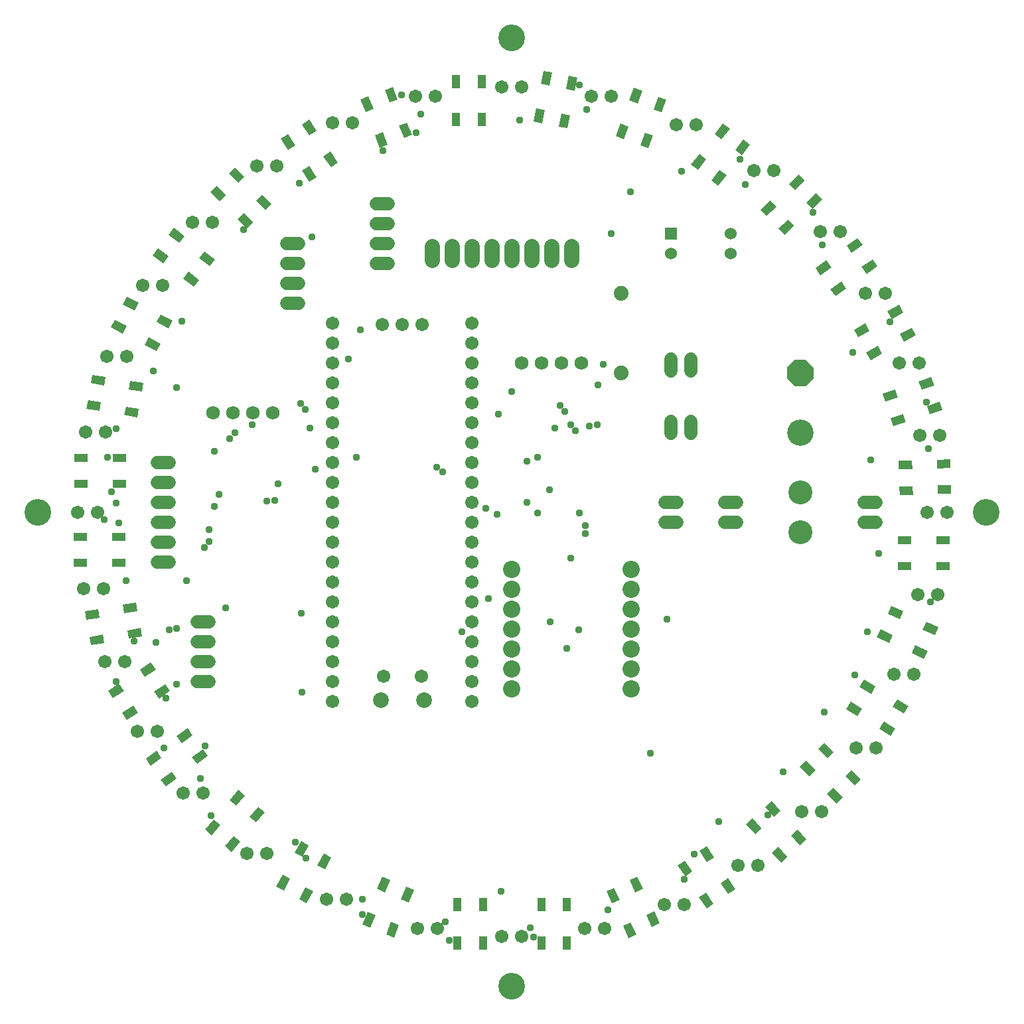
<source format=gbr>
G04 EAGLE Gerber RS-274X export*
G75*
%MOMM*%
%FSLAX34Y34*%
%LPD*%
%INSoldermask Bottom*%
%IPPOS*%
%AMOC8*
5,1,8,0,0,1.08239X$1,22.5*%
G01*
G04 Define Apertures*
%ADD10C,3.403200*%
%ADD11P,3.62904X8X112.5*%
%ADD12C,3.352800*%
%ADD13R,1.703200X1.103200*%
%ADD14R,1.103200X1.703200*%
%ADD15C,1.879600*%
%ADD16C,2.203200*%
%ADD17C,1.710300*%
%ADD18C,1.711200*%
%ADD19C,2.003200*%
%ADD20C,1.703200*%
%ADD21R,1.524000X1.524000*%
%ADD22C,1.524000*%
%ADD23C,1.981200*%
%ADD24C,1.727200*%
%ADD25C,1.727200*%
%ADD26C,0.959600*%
%ADD27C,3.053200*%
D10*
X605000Y0D03*
X0Y-605000D03*
X-605000Y0D03*
X0Y605000D03*
D11*
X368300Y177800D03*
D12*
X368300Y101600D03*
D13*
G36*
X74008Y506241D02*
X70671Y489540D01*
X59854Y491701D01*
X63191Y508402D01*
X74008Y506241D01*
G37*
G36*
X41648Y512707D02*
X38311Y496006D01*
X27494Y498167D01*
X30831Y514868D01*
X41648Y512707D01*
G37*
G36*
X83609Y554291D02*
X80272Y537590D01*
X69455Y539751D01*
X72792Y556452D01*
X83609Y554291D01*
G37*
G36*
X51249Y560757D02*
X47912Y544056D01*
X37095Y546217D01*
X40432Y562918D01*
X51249Y560757D01*
G37*
G36*
X481163Y-166745D02*
X465691Y-159628D01*
X470301Y-149607D01*
X485773Y-156724D01*
X481163Y-166745D01*
G37*
G36*
X494952Y-136764D02*
X479480Y-129647D01*
X484090Y-119626D01*
X499562Y-126743D01*
X494952Y-136764D01*
G37*
G36*
X525679Y-187220D02*
X510207Y-180103D01*
X514817Y-170082D01*
X530289Y-177199D01*
X525679Y-187220D01*
G37*
G36*
X539469Y-157239D02*
X523997Y-150122D01*
X528607Y-140101D01*
X544079Y-147218D01*
X539469Y-157239D01*
G37*
G36*
X441161Y-260221D02*
X426578Y-251424D01*
X432277Y-241979D01*
X446860Y-250776D01*
X441161Y-260221D01*
G37*
G36*
X458207Y-231964D02*
X443624Y-223167D01*
X449323Y-213722D01*
X463906Y-222519D01*
X458207Y-231964D01*
G37*
G36*
X483119Y-285531D02*
X468536Y-276734D01*
X474235Y-267289D01*
X488818Y-276086D01*
X483119Y-285531D01*
G37*
G36*
X500164Y-257274D02*
X485581Y-248477D01*
X491280Y-239032D01*
X505863Y-247829D01*
X500164Y-257274D01*
G37*
G36*
X379530Y-337005D02*
X367487Y-324962D01*
X375288Y-317161D01*
X387331Y-329204D01*
X379530Y-337005D01*
G37*
G36*
X402864Y-313671D02*
X390821Y-301628D01*
X398622Y-293827D01*
X410665Y-305870D01*
X402864Y-313671D01*
G37*
G36*
X414178Y-371653D02*
X402135Y-359610D01*
X409936Y-351809D01*
X421979Y-363852D01*
X414178Y-371653D01*
G37*
G36*
X437512Y-348319D02*
X425469Y-336276D01*
X433270Y-328475D01*
X445313Y-340518D01*
X437512Y-348319D01*
G37*
G36*
X310074Y-410953D02*
X298612Y-398356D01*
X306772Y-390931D01*
X318234Y-403528D01*
X310074Y-410953D01*
G37*
G36*
X334482Y-388744D02*
X323020Y-376147D01*
X331180Y-368722D01*
X342642Y-381319D01*
X334482Y-388744D01*
G37*
G36*
X343051Y-447195D02*
X331589Y-434598D01*
X339749Y-427173D01*
X351211Y-439770D01*
X343051Y-447195D01*
G37*
G36*
X367459Y-424986D02*
X355997Y-412389D01*
X364157Y-404964D01*
X375619Y-417561D01*
X367459Y-424986D01*
G37*
G36*
X221068Y-464931D02*
X211619Y-450762D01*
X220798Y-444641D01*
X230247Y-458810D01*
X221068Y-464931D01*
G37*
G36*
X248523Y-446621D02*
X239074Y-432452D01*
X248253Y-426331D01*
X257702Y-440500D01*
X248523Y-446621D01*
G37*
G36*
X248255Y-505697D02*
X238806Y-491528D01*
X247985Y-485407D01*
X257434Y-499576D01*
X248255Y-505697D01*
G37*
G36*
X275710Y-487387D02*
X266261Y-473218D01*
X275440Y-467097D01*
X284889Y-481266D01*
X275710Y-487387D01*
G37*
G36*
X127750Y-499383D02*
X120390Y-484024D01*
X130338Y-479257D01*
X137698Y-494616D01*
X127750Y-499383D01*
G37*
G36*
X157510Y-485124D02*
X150150Y-469765D01*
X160098Y-464998D01*
X167458Y-480357D01*
X157510Y-485124D01*
G37*
G36*
X148922Y-543573D02*
X141562Y-528214D01*
X151510Y-523447D01*
X158870Y-538806D01*
X148922Y-543573D01*
G37*
G36*
X178682Y-529314D02*
X171322Y-513955D01*
X181270Y-509188D01*
X188630Y-524547D01*
X178682Y-529314D01*
G37*
D14*
X37349Y-500702D03*
X70349Y-500702D03*
X37349Y-549702D03*
X70349Y-549702D03*
X-69678Y-500793D03*
X-36678Y-500793D03*
X-69678Y-549793D03*
X-36678Y-549793D03*
D13*
G36*
X-171997Y-480774D02*
X-165369Y-465085D01*
X-155207Y-469378D01*
X-161835Y-485067D01*
X-171997Y-480774D01*
G37*
G36*
X-141598Y-493615D02*
X-134970Y-477926D01*
X-124808Y-482219D01*
X-131436Y-497908D01*
X-141598Y-493615D01*
G37*
G36*
X-191064Y-525912D02*
X-184436Y-510223D01*
X-174274Y-514516D01*
X-180902Y-530205D01*
X-191064Y-525912D01*
G37*
G36*
X-160665Y-538754D02*
X-154037Y-523065D01*
X-143875Y-527358D01*
X-150503Y-543047D01*
X-160665Y-538754D01*
G37*
G36*
X-277044Y-434703D02*
X-268865Y-419765D01*
X-259190Y-425063D01*
X-267369Y-440001D01*
X-277044Y-434703D01*
G37*
G36*
X-248099Y-450550D02*
X-239920Y-435612D01*
X-230245Y-440910D01*
X-238424Y-455848D01*
X-248099Y-450550D01*
G37*
G36*
X-300575Y-477683D02*
X-292396Y-462745D01*
X-282721Y-468043D01*
X-290900Y-482981D01*
X-300575Y-477683D01*
G37*
G36*
X-271630Y-493530D02*
X-263451Y-478592D01*
X-253776Y-483890D01*
X-261955Y-498828D01*
X-271630Y-493530D01*
G37*
G36*
X179978Y480186D02*
X174069Y464213D01*
X163724Y468040D01*
X169633Y484013D01*
X179978Y480186D01*
G37*
G36*
X149028Y491635D02*
X143119Y475662D01*
X132774Y479489D01*
X138683Y495462D01*
X149028Y491635D01*
G37*
G36*
X196978Y526143D02*
X191069Y510170D01*
X180724Y513997D01*
X186633Y529970D01*
X196978Y526143D01*
G37*
G36*
X166028Y537592D02*
X160119Y521619D01*
X149774Y525446D01*
X155683Y541419D01*
X166028Y537592D01*
G37*
G36*
X-359921Y-367671D02*
X-348951Y-354643D01*
X-340513Y-361749D01*
X-351483Y-374777D01*
X-359921Y-367671D01*
G37*
G36*
X-334678Y-388927D02*
X-323708Y-375899D01*
X-315270Y-383005D01*
X-326240Y-396033D01*
X-334678Y-388927D01*
G37*
G36*
X-391483Y-405152D02*
X-380513Y-392124D01*
X-372075Y-399230D01*
X-383045Y-412258D01*
X-391483Y-405152D01*
G37*
G36*
X-366240Y-426408D02*
X-355270Y-413380D01*
X-346832Y-420486D01*
X-357802Y-433514D01*
X-366240Y-426408D01*
G37*
G36*
X-427615Y-285794D02*
X-413837Y-275783D01*
X-407353Y-284708D01*
X-421131Y-294719D01*
X-427615Y-285794D01*
G37*
G36*
X-408218Y-312492D02*
X-394440Y-302481D01*
X-387956Y-311406D01*
X-401734Y-321417D01*
X-408218Y-312492D01*
G37*
G36*
X-467257Y-314596D02*
X-453479Y-304585D01*
X-446995Y-313510D01*
X-460773Y-323521D01*
X-467257Y-314596D01*
G37*
G36*
X-447860Y-341294D02*
X-434082Y-331283D01*
X-427598Y-340208D01*
X-441376Y-350219D01*
X-447860Y-341294D01*
G37*
G36*
X-474737Y-201253D02*
X-460568Y-191804D01*
X-454447Y-200983D01*
X-468616Y-210432D01*
X-474737Y-201253D01*
G37*
G36*
X-456427Y-228708D02*
X-442258Y-219259D01*
X-436137Y-228438D01*
X-450306Y-237887D01*
X-456427Y-228708D01*
G37*
G36*
X-515502Y-228441D02*
X-501333Y-218992D01*
X-495212Y-228171D01*
X-509381Y-237620D01*
X-515502Y-228441D01*
G37*
G36*
X-497193Y-255895D02*
X-483024Y-246446D01*
X-476903Y-255625D01*
X-491072Y-265074D01*
X-497193Y-255895D01*
G37*
G36*
X-496468Y-118218D02*
X-479696Y-115261D01*
X-477780Y-126124D01*
X-494552Y-129081D01*
X-496468Y-118218D01*
G37*
G36*
X-490738Y-150717D02*
X-473966Y-147760D01*
X-472050Y-158623D01*
X-488822Y-161580D01*
X-490738Y-150717D01*
G37*
G36*
X-544724Y-126727D02*
X-527952Y-123770D01*
X-526036Y-134633D01*
X-542808Y-137590D01*
X-544724Y-126727D01*
G37*
G36*
X-538994Y-159226D02*
X-522222Y-156269D01*
X-520306Y-167132D01*
X-537078Y-170089D01*
X-538994Y-159226D01*
G37*
X-501486Y-31521D03*
X-501486Y-64521D03*
X-550486Y-31521D03*
X-550486Y-64521D03*
X-500848Y69270D03*
X-500848Y36270D03*
X-549848Y69270D03*
X-549848Y36270D03*
G36*
X-487161Y167225D02*
X-470364Y164414D01*
X-472185Y153535D01*
X-488982Y156346D01*
X-487161Y167225D01*
G37*
G36*
X-492608Y134678D02*
X-475811Y131867D01*
X-477632Y120988D01*
X-494429Y123799D01*
X-492608Y134678D01*
G37*
G36*
X-535489Y175312D02*
X-518692Y172501D01*
X-520513Y161622D01*
X-537310Y164433D01*
X-535489Y175312D01*
G37*
G36*
X-540936Y142765D02*
X-524139Y139954D01*
X-525960Y129075D01*
X-542757Y131886D01*
X-540936Y142765D01*
G37*
G36*
X-448050Y252200D02*
X-432929Y244362D01*
X-438006Y234568D01*
X-453127Y242406D01*
X-448050Y252200D01*
G37*
G36*
X-463237Y222902D02*
X-448116Y215064D01*
X-453193Y205270D01*
X-468314Y213108D01*
X-463237Y222902D01*
G37*
G36*
X-491553Y274750D02*
X-476432Y266912D01*
X-481509Y257118D01*
X-496630Y264956D01*
X-491553Y274750D01*
G37*
G36*
X-506740Y245452D02*
X-491619Y237614D01*
X-496696Y227820D01*
X-511817Y235658D01*
X-506740Y245452D01*
G37*
G36*
X-392439Y332800D02*
X-378927Y322432D01*
X-385643Y313680D01*
X-399155Y324048D01*
X-392439Y332800D01*
G37*
G36*
X-412528Y306619D02*
X-399016Y296251D01*
X-405732Y287499D01*
X-419244Y297867D01*
X-412528Y306619D01*
G37*
G36*
X-431313Y362629D02*
X-417801Y352261D01*
X-424517Y343509D01*
X-438029Y353877D01*
X-431313Y362629D01*
G37*
G36*
X-451402Y336448D02*
X-437890Y326080D01*
X-444606Y317328D01*
X-458118Y327696D01*
X-451402Y336448D01*
G37*
G36*
X-318780Y405150D02*
X-306737Y393107D01*
X-314538Y385306D01*
X-326581Y397349D01*
X-318780Y405150D01*
G37*
G36*
X-342115Y381816D02*
X-330072Y369773D01*
X-337873Y361972D01*
X-349916Y374015D01*
X-342115Y381816D01*
G37*
G36*
X-353429Y439798D02*
X-341386Y427755D01*
X-349187Y419954D01*
X-361230Y431997D01*
X-353429Y439798D01*
G37*
G36*
X-376763Y416464D02*
X-364720Y404421D01*
X-372521Y396620D01*
X-384564Y408663D01*
X-376763Y416464D01*
G37*
G36*
X273670Y429710D02*
X263185Y416290D01*
X254492Y423082D01*
X264977Y436502D01*
X273670Y429710D01*
G37*
G36*
X247666Y450027D02*
X237181Y436607D01*
X228488Y443399D01*
X238973Y456819D01*
X247666Y450027D01*
G37*
G36*
X303838Y468323D02*
X293353Y454903D01*
X284660Y461695D01*
X295145Y475115D01*
X303838Y468323D01*
G37*
G36*
X277833Y488639D02*
X267348Y475219D01*
X258655Y482011D01*
X269140Y495431D01*
X277833Y488639D01*
G37*
G36*
X-231259Y459888D02*
X-221810Y445719D01*
X-230989Y439598D01*
X-240438Y453767D01*
X-231259Y459888D01*
G37*
G36*
X-258714Y441578D02*
X-249265Y427409D01*
X-258444Y421288D01*
X-267893Y435457D01*
X-258714Y441578D01*
G37*
G36*
X-258447Y500654D02*
X-248998Y486485D01*
X-258177Y480364D01*
X-267626Y494533D01*
X-258447Y500654D01*
G37*
G36*
X-285901Y482344D02*
X-276452Y468175D01*
X-285631Y462054D01*
X-295080Y476223D01*
X-285901Y482344D01*
G37*
G36*
X-133983Y497020D02*
X-127657Y481207D01*
X-137899Y477110D01*
X-144225Y492923D01*
X-133983Y497020D01*
G37*
G36*
X-164623Y484765D02*
X-158297Y468952D01*
X-168539Y464855D01*
X-174865Y480668D01*
X-164623Y484765D01*
G37*
G36*
X-152180Y542515D02*
X-145854Y526702D01*
X-156096Y522605D01*
X-162422Y538418D01*
X-152180Y542515D01*
G37*
G36*
X-182820Y530260D02*
X-176494Y514447D01*
X-186736Y510350D01*
X-193062Y526163D01*
X-182820Y530260D01*
G37*
D14*
X-38502Y500547D03*
X-71502Y500547D03*
X-38502Y549547D03*
X-71502Y549547D03*
D15*
X139700Y279400D03*
X139700Y177800D03*
D13*
G36*
X359810Y365125D02*
X347314Y353554D01*
X339818Y361649D01*
X352314Y373220D01*
X359810Y365125D01*
G37*
G36*
X337389Y389338D02*
X324893Y377767D01*
X317397Y385862D01*
X329893Y397433D01*
X337389Y389338D01*
G37*
G36*
X395763Y398418D02*
X383267Y386847D01*
X375771Y394942D01*
X388267Y406513D01*
X395763Y398418D01*
G37*
G36*
X373341Y422631D02*
X360845Y411060D01*
X353349Y419155D01*
X365845Y430726D01*
X373341Y422631D01*
G37*
G36*
X426492Y285214D02*
X412627Y275325D01*
X406220Y284306D01*
X420085Y294195D01*
X426492Y285214D01*
G37*
G36*
X407329Y312080D02*
X393464Y302191D01*
X387057Y311172D01*
X400922Y321061D01*
X407329Y312080D01*
G37*
G36*
X466383Y313668D02*
X452518Y303779D01*
X446111Y312760D01*
X459976Y322649D01*
X466383Y313668D01*
G37*
G36*
X447220Y340534D02*
X433355Y330645D01*
X426948Y339626D01*
X440813Y349515D01*
X447220Y340534D01*
G37*
G36*
X472281Y202135D02*
X457343Y193956D01*
X452045Y203631D01*
X466983Y211810D01*
X472281Y202135D01*
G37*
G36*
X456433Y231080D02*
X441495Y222901D01*
X436197Y232576D01*
X451135Y240755D01*
X456433Y231080D01*
G37*
G36*
X515261Y225666D02*
X500323Y217487D01*
X495025Y227162D01*
X509963Y235341D01*
X515261Y225666D01*
G37*
G36*
X499413Y254611D02*
X484475Y246432D01*
X479177Y256107D01*
X494115Y264286D01*
X499413Y254611D01*
G37*
G36*
X502678Y114750D02*
X486527Y109345D01*
X483026Y119806D01*
X499177Y125211D01*
X502678Y114750D01*
G37*
G36*
X492207Y146045D02*
X476056Y140640D01*
X472555Y151101D01*
X488706Y156506D01*
X492207Y146045D01*
G37*
G36*
X549145Y130298D02*
X532994Y124893D01*
X529493Y135354D01*
X545644Y140759D01*
X549145Y130298D01*
G37*
G36*
X538674Y161593D02*
X522523Y156188D01*
X519022Y166649D01*
X535173Y172054D01*
X538674Y161593D01*
G37*
G36*
X511574Y22056D02*
X494550Y21581D01*
X494242Y32608D01*
X511266Y33083D01*
X511574Y22056D01*
G37*
G36*
X510653Y55043D02*
X493629Y54568D01*
X493321Y65595D01*
X510345Y66070D01*
X510653Y55043D01*
G37*
G36*
X560555Y23424D02*
X543531Y22949D01*
X543223Y33976D01*
X560247Y34451D01*
X560555Y23424D01*
G37*
G36*
X559634Y56411D02*
X542610Y55936D01*
X542302Y66963D01*
X559326Y67438D01*
X559634Y56411D01*
G37*
X500938Y-68599D03*
X500938Y-35599D03*
X549938Y-68599D03*
X549938Y-35599D03*
D16*
X152400Y-225200D03*
X152400Y-199800D03*
X152400Y-174400D03*
X152400Y-149000D03*
X152400Y-123600D03*
X152400Y-98200D03*
X152400Y-72800D03*
X0Y-72800D03*
X0Y-98200D03*
X0Y-123600D03*
X0Y-149000D03*
X0Y-174400D03*
X0Y-199800D03*
X0Y-225200D03*
D17*
X-528320Y0D03*
X-553720Y0D03*
X-95250Y-530860D03*
X-120650Y-530860D03*
X-210820Y-494030D03*
X-236220Y-494030D03*
X-312420Y-435610D03*
X-337820Y-435610D03*
X-393700Y-358140D03*
X-419100Y-358140D03*
X-452120Y-279400D03*
X-477520Y-279400D03*
X-494030Y-190500D03*
X-519430Y-190500D03*
X-520700Y-97790D03*
X-546100Y-97790D03*
X554990Y0D03*
X529590Y0D03*
X543560Y-105410D03*
X518160Y-105410D03*
X513080Y-207010D03*
X487680Y-207010D03*
X-518415Y102168D03*
X-543815Y102168D03*
X464820Y-300990D03*
X439420Y-300990D03*
X394970Y-382270D03*
X369570Y-382270D03*
X313690Y-450850D03*
X288290Y-450850D03*
X219710Y-500380D03*
X194310Y-500380D03*
X118110Y-530860D03*
X92710Y-530860D03*
X12700Y542205D03*
X-12700Y542205D03*
X127000Y530860D03*
X101600Y530860D03*
X234950Y494030D03*
X209550Y494030D03*
X334010Y435610D03*
X308610Y435610D03*
X419100Y358140D03*
X393700Y358140D03*
X-491188Y198702D03*
X-516588Y198702D03*
X476250Y279400D03*
X450850Y279400D03*
X519430Y190500D03*
X494030Y190500D03*
X546100Y97790D03*
X520700Y97790D03*
X-445770Y289560D03*
X-471170Y289560D03*
X-382270Y369570D03*
X-407670Y369570D03*
X-299720Y441960D03*
X-325120Y441960D03*
X-203200Y496570D03*
X-228600Y496570D03*
X-97790Y530860D03*
X-123190Y530860D03*
X12700Y-541020D03*
X-12700Y-541020D03*
D18*
X-50800Y-241300D03*
X-50800Y-215900D03*
X-50800Y-88900D03*
X-50800Y-63500D03*
X-50800Y-190500D03*
X-50800Y-165100D03*
X-50800Y-114300D03*
X-50800Y-139700D03*
X-50800Y-38100D03*
X-50800Y-12700D03*
X-50800Y12700D03*
X-50800Y38100D03*
X-50800Y63500D03*
X-50800Y88900D03*
X-50800Y114300D03*
X-50800Y139700D03*
X-50800Y165100D03*
X-50800Y190500D03*
X-50800Y215900D03*
X-50800Y241300D03*
X-228600Y241300D03*
X-228600Y215900D03*
X-228600Y190500D03*
X-228600Y165100D03*
X-228600Y139700D03*
X-228600Y114300D03*
X-228600Y88900D03*
X-228600Y63500D03*
X-228600Y38100D03*
X-228600Y12700D03*
X-228600Y-12700D03*
X-228600Y-38100D03*
X-228600Y-63500D03*
X-228600Y-88900D03*
X-228600Y-114300D03*
X-228600Y-139700D03*
X-228600Y-165100D03*
X-228600Y-190500D03*
X-228600Y-215900D03*
X-228600Y-241300D03*
D19*
X-112450Y-240000D03*
X-166950Y-240000D03*
D20*
X-115450Y-209700D03*
X-163950Y-209700D03*
D18*
X-114300Y239000D03*
X-139700Y239000D03*
X-165100Y239000D03*
D21*
X203200Y354974D03*
D22*
X203200Y329574D03*
X279400Y329574D03*
X279400Y354974D03*
D23*
X-25400Y339090D02*
X-25400Y321310D01*
X0Y321310D02*
X0Y339090D01*
X-50800Y339090D02*
X-50800Y321310D01*
X-76200Y321310D02*
X-76200Y339090D01*
X-101600Y339090D02*
X-101600Y321310D01*
X25400Y321310D02*
X25400Y339090D01*
X50800Y339090D02*
X50800Y321310D01*
X76200Y321310D02*
X76200Y339090D01*
D24*
X449580Y12700D02*
X464820Y12700D01*
X464820Y-12700D02*
X449580Y-12700D01*
X210820Y12700D02*
X195580Y12700D01*
X195580Y-12700D02*
X210820Y-12700D01*
X271780Y12700D02*
X287020Y12700D01*
X287020Y-12700D02*
X271780Y-12700D01*
X-271780Y317500D02*
X-287020Y317500D01*
X-287020Y292100D02*
X-271780Y292100D01*
X-271780Y266700D02*
X-287020Y266700D01*
X-287020Y342900D02*
X-271780Y342900D01*
X-172720Y368300D02*
X-157480Y368300D01*
X-157480Y342900D02*
X-172720Y342900D01*
X-172720Y317500D02*
X-157480Y317500D01*
X-157480Y393700D02*
X-172720Y393700D01*
X202692Y195580D02*
X202692Y180340D01*
X228092Y180340D02*
X228092Y195580D01*
X203200Y115927D02*
X203200Y100687D01*
X228600Y100687D02*
X228600Y115927D01*
D25*
X63500Y190500D03*
X38100Y190500D03*
X12700Y190500D03*
X88900Y190500D03*
X-330200Y127000D03*
X-355600Y127000D03*
X-381000Y127000D03*
X-304800Y127000D03*
D24*
X-436880Y12700D02*
X-452120Y12700D01*
X-452120Y38100D02*
X-436880Y38100D01*
X-436880Y63500D02*
X-452120Y63500D01*
X-452120Y-12700D02*
X-436880Y-12700D01*
X-436880Y-38100D02*
X-452120Y-38100D01*
X-452120Y-63500D02*
X-436880Y-63500D01*
X-401320Y-190500D02*
X-386080Y-190500D01*
X-386080Y-165100D02*
X-401320Y-165100D01*
X-401320Y-139700D02*
X-386080Y-139700D01*
X-386080Y-215900D02*
X-401320Y-215900D01*
D26*
X70000Y-173750D03*
X-380000Y7500D03*
X-342500Y360000D03*
X55000Y107500D03*
X110000Y162500D03*
X61250Y136250D03*
X151250Y408750D03*
X67500Y128750D03*
X75000Y111250D03*
X81250Y103750D03*
X98750Y110000D03*
X108750Y111250D03*
X93750Y-17500D03*
X467500Y-52500D03*
X86250Y-1250D03*
X93750Y-27500D03*
X453750Y-152500D03*
X75000Y-58750D03*
X398750Y-255000D03*
X85000Y-150000D03*
X346250Y-331250D03*
X176250Y-307500D03*
X263750Y-395000D03*
X122500Y-507500D03*
X-267500Y-230000D03*
X-13750Y-483750D03*
X-427500Y-148750D03*
X-427500Y-220000D03*
X-437500Y-150000D03*
X-453750Y-166250D03*
X-492500Y-87500D03*
X-415000Y-87500D03*
X-505000Y11250D03*
X-373750Y22500D03*
X-380000Y77500D03*
X-360000Y93750D03*
X-457500Y180000D03*
X-353750Y101250D03*
X-427500Y158750D03*
X-331250Y111250D03*
X-208750Y195000D03*
X-255000Y351250D03*
X-122500Y483750D03*
X32500Y70000D03*
X-33750Y5000D03*
X32500Y-1250D03*
X18750Y12500D03*
X-198750Y70000D03*
X-251250Y55000D03*
X-270000Y138750D03*
X-263750Y131250D03*
X47500Y28750D03*
X-386250Y-37500D03*
X95000Y513750D03*
X86250Y545000D03*
X297500Y417500D03*
X291250Y450000D03*
X-80000Y-546250D03*
X-85000Y-522500D03*
X-191250Y-493750D03*
X-191250Y-513750D03*
X-443750Y-301250D03*
X-441250Y-237500D03*
X-505000Y-216250D03*
X-482500Y-165000D03*
X-141250Y532500D03*
X-116250Y507500D03*
X396250Y341250D03*
X383750Y382500D03*
X-397500Y-340000D03*
X-383750Y-387500D03*
X-520000Y-10000D03*
X-511250Y26250D03*
X27500Y-542500D03*
X23750Y-530000D03*
X-365000Y-122500D03*
X-30000Y-110000D03*
X-63750Y-152500D03*
X0Y153750D03*
X126250Y355000D03*
X-193750Y232500D03*
X-96250Y57500D03*
X-88750Y51250D03*
X48750Y-140000D03*
X116250Y188750D03*
X-392500Y-45000D03*
X-386250Y-22500D03*
X-17500Y125000D03*
X-18750Y-2500D03*
X10000Y500000D03*
X197500Y-136250D03*
X-268750Y-128750D03*
X-302500Y15000D03*
X-312500Y13750D03*
X-298750Y36250D03*
X-257500Y107500D03*
X-262500Y-441250D03*
X-165000Y461250D03*
X220000Y-468750D03*
X326250Y-386250D03*
X528750Y140000D03*
X531250Y81250D03*
X482500Y242500D03*
X533750Y-115000D03*
X-516250Y70000D03*
X-505000Y106250D03*
D27*
X368300Y-25400D03*
D26*
X-276250Y-421250D03*
X437500Y-207500D03*
X232500Y-436250D03*
X-501250Y-13750D03*
X-421250Y243750D03*
X435000Y203750D03*
X457500Y66250D03*
X18750Y65000D03*
X-271250Y420000D03*
X216250Y435000D03*
X-391250Y-298750D03*
D27*
X368300Y25400D03*
M02*

</source>
